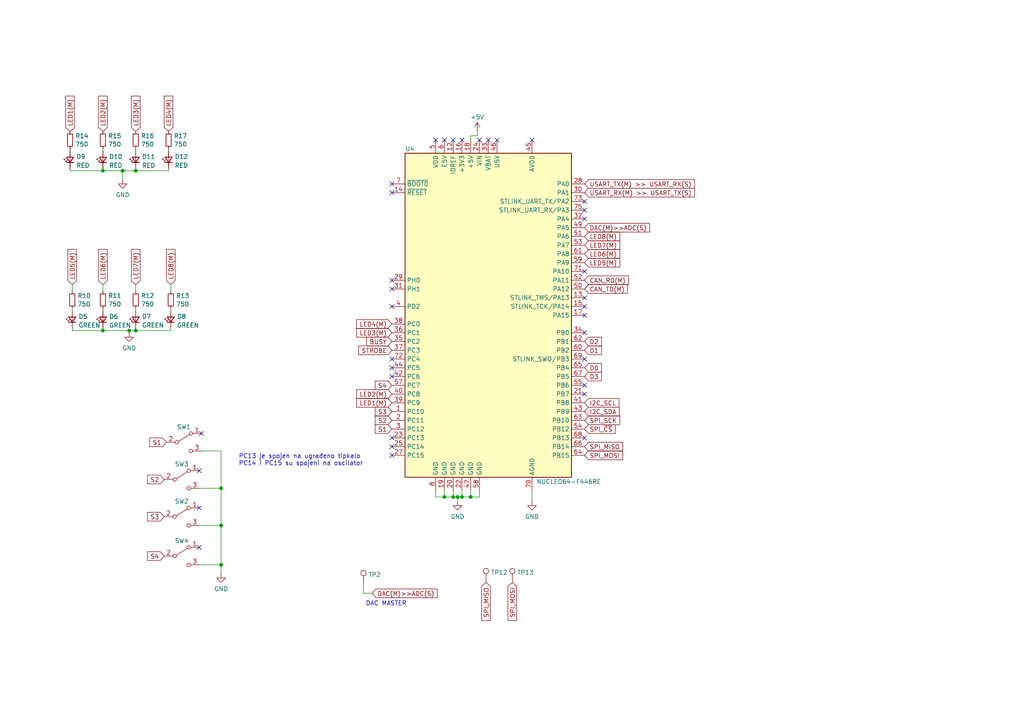
<source format=kicad_sch>
(kicad_sch (version 20230121) (generator eeschema)
  (paper "A4")
  (lib_symbols
    (symbol "Connector:TestPoint" (pin_numbers hide) (pin_names (offset 0.762) hide)
      (property "Reference" "TP" (at 0 6.858 0))
      (property "Value" "TestPoint" (at 0 5.08 0))
      (symbol "TestPoint_0_1"
        (circle (center 0 3.302) (radius 0.762))
      )
      (symbol "TestPoint_1_1"
        (pin passive line (at 0 0 90) (length 2.54) (name "1") (number "1"))
      )
    )
    (symbol "Device:LED_Small" (pin_numbers hide) (pin_names (offset 0.254) hide)
      (property "Reference" "D" (at -1.27 3.175 0))
      (property "Value" "LED_Small" (at -4.445 -2.54 0))
      (symbol "LED_Small_0_1"
        (polyline (pts (xy -0.762 -1.016) (xy -0.762 1.016)) (stroke (width 0.254)))
        (polyline (pts (xy 1.016 0) (xy -0.762 0)))
        (polyline (pts (xy 0.762 -1.016) (xy -0.762 0) (xy 0.762 1.016) (xy 0.762 -1.016)) (stroke (width 0.254)))
        (polyline (pts (xy 0 0.762) (xy -0.508 1.27) (xy -0.254 1.27) (xy -0.508 1.27) (xy -0.508 1.016)))
        (polyline (pts (xy 0.508 1.27) (xy 0 1.778) (xy 0.254 1.778) (xy 0 1.778) (xy 0 1.524)))
      )
      (symbol "LED_Small_1_1"
        (pin passive line (at -2.54 0 0) (length 1.778) (name "K") (number "1"))
        (pin passive line (at 2.54 0 180) (length 1.778) (name "A") (number "2"))
      )
    )
    (symbol "Device:R_Small" (pin_numbers hide) (pin_names (offset 0.254) hide)
      (property "Reference" "R" (at 0.762 0.508 0))
      (property "Value" "R_Small" (at 0.762 -1.016 0))
      (symbol "R_Small_0_1"
        (rectangle (start -0.762 1.778) (end 0.762 -1.778) (stroke (width 0.2032)))
      )
      (symbol "R_Small_1_1"
        (pin passive line (at 0 2.54 270) (length 0.762) (name "~") (number "1"))
        (pin passive line (at 0 -2.54 90) (length 0.762) (name "~") (number "2"))
      )
    )
    (symbol "GND_15" (power) (pin_names (offset 0))
      (property "Value" "GND_15" (at 0 -3.81 0))
      (symbol "GND_15_0_1"
        (polyline (pts (xy 0 0) (xy 0 -1.27) (xy 1.27 -1.27) (xy 0 -2.54) (xy -1.27 -1.27) (xy 0 -1.27)))
      )
      (symbol "GND_15_1_1"
        (pin power_in line (at 0 0 270) (length 0) hide (name "GND") (number "1"))
      )
    )
    (symbol "GND_16" (power) (pin_names (offset 0))
      (property "Value" "GND_16" (at 0 -3.81 0))
      (symbol "GND_16_0_1"
        (polyline (pts (xy 0 0) (xy 0 -1.27) (xy 1.27 -1.27) (xy 0 -2.54) (xy -1.27 -1.27) (xy 0 -1.27)))
      )
      (symbol "GND_16_1_1"
        (pin power_in line (at 0 0 270) (length 0) hide (name "GND") (number "1"))
      )
    )
    (symbol "GND_28" (power) (pin_names (offset 0))
      (property "Value" "GND_28" (at 0 -3.81 0))
      (symbol "GND_28_0_1"
        (polyline (pts (xy 0 0) (xy 0 -1.27) (xy 1.27 -1.27) (xy 0 -2.54) (xy -1.27 -1.27) (xy 0 -1.27)))
      )
      (symbol "GND_28_1_1"
        (pin power_in line (at 0 0 270) (length 0) hide (name "GND") (number "1"))
      )
    )
    (symbol "Switch:SW_SPDT" (pin_names (offset 0) hide)
      (property "Reference" "SW" (at 0 4.318 0))
      (property "Value" "SW_SPDT" (at 0 -5.08 0))
      (symbol "SW_SPDT_0_0"
        (circle (center -2.032 0) (radius 0.508))
        (circle (center 2.032 -2.54) (radius 0.508))
      )
      (symbol "SW_SPDT_0_1"
        (polyline (pts (xy -1.524 0.254) (xy 1.651 2.286)))
        (circle (center 2.032 2.54) (radius 0.508))
      )
      (symbol "SW_SPDT_1_1"
        (pin passive line (at 5.08 2.54 180) (length 2.54) (name "A") (number "1"))
        (pin passive line (at -5.08 0 0) (length 2.54) (name "B") (number "2"))
        (pin passive line (at 5.08 -2.54 180) (length 2.54) (name "C") (number "3"))
      )
    )
    (symbol "Symbol:NUCLEO64-F446RE"
      (property "Reference" "U" (at -17.78 50.165 0))
      (property "Value" "NUCLEO64-F446RE" (at -17.78 48.26 0))
      (symbol "NUCLEO64-F446RE_0_1"
        (rectangle (start -24.13 46.99) (end 24.13 -46.99) (stroke (width 0.254)) (fill (type background)))
      )
      (symbol "NUCLEO64-F446RE_1_1"
        (pin bidirectional line (at -27.94 -27.94 0) (length 3.81) (name "PC10") (number "1"))
        (pin no_connect line (at -24.13 20.32 0) (length 3.81) hide (name "NC") (number "10"))
        (pin no_connect line (at -24.13 15.24 0) (length 3.81) hide (name "NC") (number "11"))
        (pin power_in line (at -10.16 50.8 270) (length 3.81) (name "IOREF") (number "12"))
        (pin bidirectional line (at 27.94 5.08 180) (length 3.81) (name "STLINK_TMS/PA13") (number "13"))
        (pin input line (at -27.94 35.56 0) (length 3.81) (name "~{RESET}") (number "14"))
        (pin bidirectional line (at 27.94 2.54 180) (length 3.81) (name "STLINK_TCK/PA14") (number "15"))
        (pin power_in line (at -7.62 50.8 270) (length 3.81) (name "+3V3") (number "16"))
        (pin bidirectional line (at 27.94 0 180) (length 3.81) (name "PA15") (number "17"))
        (pin power_in line (at -5.08 50.8 270) (length 3.81) (name "+5V") (number "18"))
        (pin power_in line (at -12.7 -50.8 90) (length 3.81) (name "GND") (number "19"))
        (pin bidirectional line (at -27.94 -30.48 0) (length 3.81) (name "PC11") (number "2"))
        (pin power_in line (at -10.16 -50.8 90) (length 3.81) (name "GND") (number "20"))
        (pin bidirectional line (at 27.94 -22.86 180) (length 3.81) (name "PB7") (number "21"))
        (pin power_in line (at -7.62 -50.8 90) (length 3.81) (name "GND") (number "22"))
        (pin bidirectional line (at -27.94 -35.56 0) (length 3.81) (name "PC13") (number "23"))
        (pin power_in line (at -2.54 50.8 270) (length 3.81) (name "VIN") (number "24"))
        (pin bidirectional line (at -27.94 -38.1 0) (length 3.81) (name "PC14") (number "25"))
        (pin no_connect line (at -24.13 22.86 0) (length 3.81) hide (name "NC") (number "26"))
        (pin bidirectional line (at -27.94 -40.64 0) (length 3.81) (name "PC15") (number "27"))
        (pin bidirectional line (at 27.94 38.1 180) (length 3.81) (name "PA0") (number "28"))
        (pin bidirectional line (at -27.94 10.16 0) (length 3.81) (name "PH0") (number "29"))
        (pin bidirectional line (at -27.94 -33.02 0) (length 3.81) (name "PC12") (number "3"))
        (pin bidirectional line (at 27.94 35.56 180) (length 3.81) (name "PA1") (number "30"))
        (pin bidirectional line (at -27.94 7.62 0) (length 3.81) (name "PH1") (number "31"))
        (pin bidirectional line (at 27.94 27.94 180) (length 3.81) (name "PA4") (number "32"))
        (pin power_in line (at 0 50.8 270) (length 3.81) (name "VBAT") (number "33"))
        (pin bidirectional line (at 27.94 -5.08 180) (length 3.81) (name "PB0") (number "34"))
        (pin bidirectional line (at -27.94 -7.62 0) (length 3.81) (name "PC2") (number "35"))
        (pin bidirectional line (at -27.94 -5.08 0) (length 3.81) (name "PC1") (number "36"))
        (pin bidirectional line (at -27.94 -10.16 0) (length 3.81) (name "PC3") (number "37"))
        (pin bidirectional line (at -27.94 -2.54 0) (length 3.81) (name "PC0") (number "38"))
        (pin bidirectional line (at -27.94 -25.4 0) (length 3.81) (name "PC9") (number "39"))
        (pin bidirectional line (at -27.94 2.54 0) (length 3.81) (name "PD2") (number "4"))
        (pin bidirectional line (at -27.94 -22.86 0) (length 3.81) (name "PC8") (number "40"))
        (pin bidirectional line (at 27.94 -25.4 180) (length 3.81) (name "PB8") (number "41"))
        (pin bidirectional line (at -27.94 -17.78 0) (length 3.81) (name "PC6") (number "42"))
        (pin bidirectional line (at 27.94 -27.94 180) (length 3.81) (name "PB9") (number "43"))
        (pin bidirectional line (at -27.94 -15.24 0) (length 3.81) (name "PC5") (number "44"))
        (pin power_in line (at 12.7 50.8 270) (length 3.81) (name "AVDD") (number "45"))
        (pin power_in line (at 2.54 50.8 270) (length 3.81) (name "U5V") (number "46"))
        (pin power_in line (at -5.08 -50.8 90) (length 3.81) (name "GND") (number "47"))
        (pin no_connect line (at -24.13 25.4 0) (length 3.81) hide (name "NC") (number "48"))
        (pin bidirectional line (at 27.94 25.4 180) (length 3.81) (name "PA5") (number "49"))
        (pin power_in line (at -15.24 50.8 270) (length 3.81) (name "VDD") (number "5"))
        (pin bidirectional line (at 27.94 7.62 180) (length 3.81) (name "PA12") (number "50"))
        (pin bidirectional line (at 27.94 22.86 180) (length 3.81) (name "PA6") (number "51"))
        (pin bidirectional line (at 27.94 10.16 180) (length 3.81) (name "PA11") (number "52"))
        (pin bidirectional line (at 27.94 20.32 180) (length 3.81) (name "PA7") (number "53"))
        (pin bidirectional line (at 27.94 -33.02 180) (length 3.81) (name "PB12") (number "54"))
        (pin bidirectional line (at 27.94 -20.32 180) (length 3.81) (name "PB6") (number "55"))
        (pin no_connect line (at -24.13 33.02 0) (length 3.81) hide (name "NC") (number "56"))
        (pin bidirectional line (at -27.94 -20.32 0) (length 3.81) (name "PC7") (number "57"))
        (pin power_in line (at -2.54 -50.8 90) (length 3.81) (name "GND") (number "58"))
        (pin bidirectional line (at 27.94 15.24 180) (length 3.81) (name "PA9") (number "59"))
        (pin power_in line (at -12.7 50.8 270) (length 3.81) (name "E5V") (number "6"))
        (pin bidirectional line (at 27.94 -10.16 180) (length 3.81) (name "PB2") (number "60"))
        (pin bidirectional line (at 27.94 17.78 180) (length 3.81) (name "PA8") (number "61"))
        (pin bidirectional line (at 27.94 -7.62 180) (length 3.81) (name "PB1") (number "62"))
        (pin bidirectional line (at 27.94 -30.48 180) (length 3.81) (name "PB10") (number "63"))
        (pin bidirectional line (at 27.94 -40.64 180) (length 3.81) (name "PB15") (number "64"))
        (pin bidirectional line (at 27.94 -15.24 180) (length 3.81) (name "PB4") (number "65"))
        (pin bidirectional line (at 27.94 -38.1 180) (length 3.81) (name "PB14") (number "66"))
        (pin bidirectional line (at 27.94 -17.78 180) (length 3.81) (name "PB5") (number "67"))
        (pin bidirectional line (at 27.94 -35.56 180) (length 3.81) (name "PB13") (number "68"))
        (pin bidirectional line (at 27.94 -12.7 180) (length 3.81) (name "STLINK_SWO/PB3") (number "69"))
        (pin input line (at -27.94 38.1 0) (length 3.81) (name "~{BOOT0}") (number "7"))
        (pin power_in line (at 12.7 -50.8 90) (length 3.81) (name "AGND") (number "70"))
        (pin bidirectional line (at 27.94 12.7 180) (length 3.81) (name "PA10") (number "71"))
        (pin bidirectional line (at -27.94 -12.7 0) (length 3.81) (name "PC4") (number "72"))
        (pin bidirectional line (at 27.94 33.02 180) (length 3.81) (name "STLINK_UART_TX/PA2") (number "73"))
        (pin no_connect line (at -24.13 30.48 0) (length 3.81) hide (name "NC") (number "74"))
        (pin bidirectional line (at 27.94 30.48 180) (length 3.81) (name "STLINK_UART_RX/PA3") (number "75"))
        (pin no_connect line (at -24.13 27.94 0) (length 3.81) hide (name "NC") (number "76"))
        (pin power_in line (at -15.24 -50.8 90) (length 3.81) (name "GND") (number "8"))
        (pin no_connect line (at -24.13 17.78 0) (length 3.81) hide (name "NC") (number "9"))
      )
    )
    (symbol "power:+5V" (power) (pin_names (offset 0))
      (property "Value" "+5V" (at 0 3.556 0))
      (symbol "+5V_0_1"
        (polyline (pts (xy -0.762 1.27) (xy 0 2.54)))
        (polyline (pts (xy 0 0) (xy 0 2.54)))
        (polyline (pts (xy 0 2.54) (xy 0.762 1.27)))
      )
      (symbol "+5V_1_1"
        (pin power_in line (at 0 0 90) (length 0) hide (name "+5V") (number "1"))
      )
    )
    (symbol "power:GND" (power) (pin_names (offset 0))
      (property "Value" "GND" (at 0 -3.81 0))
      (symbol "GND_0_1"
        (polyline (pts (xy 0 0) (xy 0 -1.27) (xy 1.27 -1.27) (xy 0 -2.54) (xy -1.27 -1.27) (xy 0 -1.27)))
      )
      (symbol "GND_1_1"
        (pin power_in line (at 0 0 270) (length 0) hide (name "GND") (number "1"))
      )
    )
  )
  (junction (at 35.56 49.53))
  (junction (at 128.905 144.145))
  (junction (at 132.715 144.145))
  (junction (at 29.845 95.885))
  (junction (at 64.135 152.4))
  (junction (at 39.37 49.53))
  (junction (at 64.135 141.605))
  (junction (at 29.845 49.53))
  (junction (at 133.985 144.145))
  (junction (at 131.445 144.145))
  (junction (at 64.135 163.83))
  (junction (at 39.37 95.885))
  (junction (at 136.525 144.145))
  (junction (at 37.465 95.885))
  (no_connect (at 57.785 136.525))
  (no_connect (at 113.665 53.34))
  (no_connect (at 113.665 106.68))
  (no_connect (at 57.785 158.75))
  (no_connect (at 169.545 111.76))
  (no_connect (at 113.665 83.82))
  (no_connect (at 113.665 127))
  (no_connect (at 169.545 88.9))
  (no_connect (at 113.665 129.54))
  (no_connect (at 57.785 147.32))
  (no_connect (at 113.665 55.88))
  (no_connect (at 169.545 78.74))
  (no_connect (at 113.665 81.28))
  (no_connect (at 169.545 104.14))
  (no_connect (at 139.065 40.64))
  (no_connect (at 169.545 114.3))
  (no_connect (at 113.665 104.14))
  (no_connect (at 58.42 125.73))
  (no_connect (at 169.545 60.96))
  (no_connect (at 154.305 40.64))
  (no_connect (at 144.145 40.64))
  (no_connect (at 131.445 40.64))
  (no_connect (at 133.985 40.64))
  (no_connect (at 169.545 58.42))
  (no_connect (at 169.545 63.5))
  (no_connect (at 169.545 91.44))
  (no_connect (at 128.905 40.64))
  (no_connect (at 113.665 88.9))
  (no_connect (at 113.665 109.22))
  (no_connect (at 169.545 96.52))
  (no_connect (at 113.665 132.08))
  (no_connect (at 169.545 127))
  (no_connect (at 126.365 40.64))
  (no_connect (at 169.545 86.36))
  (no_connect (at 141.605 40.64))
  (wire (pts (xy 39.37 43.18) (xy 39.37 43.815)))
  (wire (pts (xy 48.895 43.18) (xy 48.895 43.815)))
  (wire (pts (xy 133.985 144.145) (xy 136.525 144.145)))
  (wire (pts (xy 138.43 39.37) (xy 138.43 38.1)))
  (wire (pts (xy 136.525 142.24) (xy 136.525 144.145)))
  (wire (pts (xy 39.37 48.895) (xy 39.37 49.53)))
  (wire (pts (xy 35.56 49.53) (xy 39.37 49.53)))
  (wire (pts (xy 48.895 49.53) (xy 48.895 48.895)))
  (wire (pts (xy 57.785 141.605) (xy 64.135 141.605)))
  (wire (pts (xy 39.37 89.535) (xy 39.37 90.17)))
  (wire (pts (xy 64.135 152.4) (xy 64.135 163.83)))
  (wire (pts (xy 20.32 49.53) (xy 29.845 49.53)))
  (wire (pts (xy 29.845 89.535) (xy 29.845 90.17)))
  (wire (pts (xy 133.985 142.24) (xy 133.985 144.145)))
  (wire (pts (xy 49.53 89.535) (xy 49.53 90.17)))
  (wire (pts (xy 64.135 141.605) (xy 64.135 152.4)))
  (wire (pts (xy 20.955 82.55) (xy 20.955 84.455)))
  (wire (pts (xy 20.955 95.885) (xy 29.845 95.885)))
  (wire (pts (xy 39.37 95.885) (xy 49.53 95.885)))
  (wire (pts (xy 29.845 82.55) (xy 29.845 84.455)))
  (wire (pts (xy 20.955 89.535) (xy 20.955 90.17)))
  (wire (pts (xy 64.135 130.81) (xy 64.135 141.605)))
  (wire (pts (xy 29.845 95.885) (xy 37.465 95.885)))
  (wire (pts (xy 49.53 82.55) (xy 49.53 84.455)))
  (wire (pts (xy 126.365 144.145) (xy 128.905 144.145)))
  (wire (pts (xy 20.955 95.25) (xy 20.955 95.885)))
  (wire (pts (xy 49.53 95.885) (xy 49.53 95.25)))
  (wire (pts (xy 64.135 163.83) (xy 64.135 166.37)))
  (wire (pts (xy 20.32 43.18) (xy 20.32 43.815)))
  (wire (pts (xy 139.065 144.145) (xy 139.065 142.24)))
  (wire (pts (xy 58.42 130.81) (xy 64.135 130.81)))
  (wire (pts (xy 29.845 48.895) (xy 29.845 49.53)))
  (wire (pts (xy 131.445 142.24) (xy 131.445 144.145)))
  (wire (pts (xy 29.845 43.18) (xy 29.845 43.815)))
  (wire (pts (xy 57.785 152.4) (xy 64.135 152.4)))
  (wire (pts (xy 35.56 49.53) (xy 35.56 52.07)))
  (wire (pts (xy 37.465 95.885) (xy 39.37 95.885)))
  (wire (pts (xy 105.41 172.085) (xy 107.95 172.085)))
  (wire (pts (xy 39.37 95.25) (xy 39.37 95.885)))
  (wire (pts (xy 39.37 49.53) (xy 48.895 49.53)))
  (wire (pts (xy 20.32 48.895) (xy 20.32 49.53)))
  (wire (pts (xy 136.525 39.37) (xy 136.525 40.64)))
  (wire (pts (xy 37.465 95.885) (xy 37.465 96.52)))
  (wire (pts (xy 39.37 82.55) (xy 39.37 84.455)))
  (wire (pts (xy 128.905 144.145) (xy 131.445 144.145)))
  (wire (pts (xy 136.525 39.37) (xy 138.43 39.37)))
  (wire (pts (xy 154.305 142.24) (xy 154.305 145.415)))
  (wire (pts (xy 29.845 49.53) (xy 35.56 49.53)))
  (wire (pts (xy 132.715 144.145) (xy 132.715 145.415)))
  (wire (pts (xy 29.845 95.25) (xy 29.845 95.885)))
  (wire (pts (xy 126.365 142.24) (xy 126.365 144.145)))
  (wire (pts (xy 132.715 144.145) (xy 133.985 144.145)))
  (wire (pts (xy 136.525 144.145) (xy 139.065 144.145)))
  (wire (pts (xy 131.445 144.145) (xy 132.715 144.145)))
  (wire (pts (xy 57.785 163.83) (xy 64.135 163.83)))
  (wire (pts (xy 105.41 169.545) (xy 105.41 172.085)))
  (wire (pts (xy 128.905 142.24) (xy 128.905 144.145)))
  (text "DAC MASTER" (at 106.045 175.895 0) (effects (font (size 1.27 1.27)) (justify left bottom)))
  (text "PC13 je spojen na ugrađeno tipkalo\nPC14 i PC15 su spojeni na oscilator" (at 69.215 135.255 0) (effects (font (size 1.27 1.27)) (justify left bottom)))
  (global_label "S3" (shape input) (at 113.665 119.38 180) (property "Intersheetrefs" "${INTERSHEET_REFS}" (effects hide)))
  (global_label "LED8(M)" (shape input) (at 49.53 82.55 90) (property "Intersheetrefs" "${INTERSHEET_REFS}" (effects hide)))
  (global_label "LED5(M)" (shape input) (at 169.545 76.2 0) (property "Intersheetrefs" "${INTERSHEET_REFS}" (effects hide)))
  (global_label "SPI_SCK" (shape input) (at 169.545 121.92 0) (property "Intersheetrefs" "${INTERSHEET_REFS}" (effects hide)))
  (global_label "LED3(M)" (shape input) (at 39.37 38.1 90) (property "Intersheetrefs" "${INTERSHEET_REFS}" (effects hide)))
  (global_label "D3" (shape input) (at 169.545 109.22 0) (property "Intersheetrefs" "${INTERSHEET_REFS}" (effects hide)))
  (global_label "SPI_MISO" (shape input) (at 140.97 168.91 270) (property "Intersheetrefs" "${INTERSHEET_REFS}" (effects hide)))
  (global_label "LED6(M)" (shape input) (at 29.845 82.55 90) (property "Intersheetrefs" "${INTERSHEET_REFS}" (effects hide)))
  (global_label "D1" (shape input) (at 169.545 101.6 0) (property "Intersheetrefs" "${INTERSHEET_REFS}" (effects hide)))
  (global_label "LED2(M)" (shape input) (at 29.845 38.1 90) (property "Intersheetrefs" "${INTERSHEET_REFS}" (effects hide)))
  (global_label "SPI_MISO" (shape input) (at 169.545 129.54 0) (property "Intersheetrefs" "${INTERSHEET_REFS}" (effects hide)))
  (global_label "D2" (shape input) (at 169.545 99.06 0) (property "Intersheetrefs" "${INTERSHEET_REFS}" (effects hide)))
  (global_label "S2" (shape input) (at 113.665 121.92 180) (property "Intersheetrefs" "${INTERSHEET_REFS}" (effects hide)))
  (global_label "S4" (shape input) (at 113.665 111.76 180) (property "Intersheetrefs" "${INTERSHEET_REFS}" (effects hide)))
  (global_label "LED1(M)" (shape input) (at 113.665 116.84 180) (property "Intersheetrefs" "${INTERSHEET_REFS}" (effects hide)))
  (global_label "LED3(M)" (shape input) (at 113.665 96.52 180) (property "Intersheetrefs" "${INTERSHEET_REFS}" (effects hide)))
  (global_label "LED4(M)" (shape input) (at 48.895 38.1 90) (property "Intersheetrefs" "${INTERSHEET_REFS}" (effects hide)))
  (global_label "SPI_MOSI" (shape input) (at 169.545 132.08 0) (property "Intersheetrefs" "${INTERSHEET_REFS}" (effects hide)))
  (global_label "STROBE" (shape input) (at 113.665 101.6 180) (property "Intersheetrefs" "${INTERSHEET_REFS}" (effects hide)))
  (global_label "CAN_TD(M)" (shape input) (at 169.545 83.82 0) (property "Intersheetrefs" "${INTERSHEET_REFS}" (effects hide)))
  (global_label "LED8(M)" (shape input) (at 169.545 68.58 0) (property "Intersheetrefs" "${INTERSHEET_REFS}" (effects hide)))
  (global_label "LED6(M)" (shape input) (at 169.545 73.66 0) (property "Intersheetrefs" "${INTERSHEET_REFS}" (effects hide)))
  (global_label "DAC(M)>>ADC(S)" (shape input) (at 107.95 172.085 0) (property "Intersheetrefs" "${INTERSHEET_REFS}" (effects hide)))
  (global_label "S1" (shape input) (at 48.26 128.27 180) (property "Intersheetrefs" "${INTERSHEET_REFS}" (effects hide)))
  (global_label "LED5(M)" (shape input) (at 20.955 82.55 90) (property "Intersheetrefs" "${INTERSHEET_REFS}" (effects hide)))
  (global_label "BUSY" (shape input) (at 113.665 99.06 180) (property "Intersheetrefs" "${INTERSHEET_REFS}" (effects hide)))
  (global_label "LED1(M)" (shape input) (at 20.32 38.1 90) (property "Intersheetrefs" "${INTERSHEET_REFS}" (effects hide)))
  (global_label "LED4(M)" (shape input) (at 113.665 93.98 180) (property "Intersheetrefs" "${INTERSHEET_REFS}" (effects hide)))
  (global_label "S2" (shape input) (at 47.625 139.065 180) (property "Intersheetrefs" "${INTERSHEET_REFS}" (effects hide)))
  (global_label "I2C_SCL" (shape input) (at 169.545 116.84 0) (property "Intersheetrefs" "${INTERSHEET_REFS}" (effects hide)))
  (global_label "LED7(M)" (shape input) (at 169.545 71.12 0) (property "Intersheetrefs" "${INTERSHEET_REFS}" (effects hide)))
  (global_label "LED2(M)" (shape input) (at 113.665 114.3 180) (property "Intersheetrefs" "${INTERSHEET_REFS}" (effects hide)))
  (global_label "USART_TX(M) >> USART_RX(S)" (shape input) (at 169.545 53.34 0) (property "Intersheetrefs" "${INTERSHEET_REFS}" (effects hide)))
  (global_label "I2C_SDA" (shape input) (at 169.545 119.38 0) (property "Intersheetrefs" "${INTERSHEET_REFS}" (effects hide)))
  (global_label "D0" (shape input) (at 169.545 106.68 0) (property "Intersheetrefs" "${INTERSHEET_REFS}" (effects hide)))
  (global_label "S3" (shape input) (at 47.625 149.86 180) (property "Intersheetrefs" "${INTERSHEET_REFS}" (effects hide)))
  (global_label "CAN_RD(M)" (shape input) (at 169.545 81.28 0) (property "Intersheetrefs" "${INTERSHEET_REFS}" (effects hide)))
  (global_label "USART_RX(M) >> USART_TX(S)" (shape input) (at 169.545 55.88 0) (property "Intersheetrefs" "${INTERSHEET_REFS}" (effects hide)))
  (global_label "DAC(M)>>ADC(S)" (shape input) (at 169.545 66.04 0) (property "Intersheetrefs" "${INTERSHEET_REFS}" (effects hide)))
  (global_label "S1" (shape input) (at 113.665 124.46 180) (property "Intersheetrefs" "${INTERSHEET_REFS}" (effects hide)))
  (global_label "SPI_~{CS}" (shape input) (at 169.545 124.46 0) (property "Intersheetrefs" "${INTERSHEET_REFS}" (effects hide)))
  (global_label "LED7(M)" (shape input) (at 39.37 82.55 90) (property "Intersheetrefs" "${INTERSHEET_REFS}" (effects hide)))
  (global_label "SPI_MOSI" (shape input) (at 148.59 168.91 270) (property "Intersheetrefs" "${INTERSHEET_REFS}" (effects hide)))
  (global_label "S4" (shape input) (at 47.625 161.29 180) (property "Intersheetrefs" "${INTERSHEET_REFS}" (effects hide)))
  (symbol (lib_id "Device:R_Small") (at 20.32 40.64 0) (unit 1)
    (property "Reference" "R14" (at 21.8186 39.4279 0) (effects (justify left)))
    (property "Value" "750" (at 21.8186 41.8521 0) (effects (justify left)))
    (property "Footprint" "Resistor_SMD:R_0805_2012Metric" (effects hide))
  )
  (symbol (lib_id "Device:LED_Small") (at 20.32 46.355 90) (unit 1)
    (property "Reference" "D9" (at 22.098 45.4568 90) (effects (justify right)))
    (property "Value" "RED" (at 22.098 47.9937 90) (effects (justify right)))
    (property "Footprint" "LED_SMD:LED_1206_3216Metric" (effects hide))
  )
  (symbol (lib_id "Device:LED_Small") (at 49.53 92.71 90) (unit 1)
    (property "Reference" "D8" (at 51.308 91.8118 90) (effects (justify right)))
    (property "Value" "GREEN" (at 51.308 94.3487 90) (effects (justify right)))
    (property "Footprint" "LED_SMD:LED_1206_3216Metric" (effects hide))
  )
  (symbol (lib_id "Device:LED_Small") (at 48.895 46.355 90) (unit 1)
    (property "Reference" "D12" (at 50.673 45.4568 90) (effects (justify right)))
    (property "Value" "RED" (at 50.673 47.9937 90) (effects (justify right)))
    (property "Footprint" "LED_SMD:LED_1206_3216Metric" (effects hide))
  )
  (symbol (lib_id "Device:R_Small") (at 39.37 40.64 0) (unit 1)
    (property "Reference" "R16" (at 40.8686 39.4279 0) (effects (justify left)))
    (property "Value" "750" (at 40.8686 41.8521 0) (effects (justify left)))
    (property "Footprint" "Resistor_SMD:R_0805_2012Metric" (effects hide))
  )
  (symbol (lib_id "Symbol:NUCLEO64-F446RE") (at 141.605 91.44 0) (unit 1)
    (property "Reference" "U4" (at 117.475 43.18 0) (effects (justify left)))
    (property "Value" "NUCLEO64-F446RE" (at 155.575 139.7 0) (effects (justify left)))
    (property "Footprint" "Footprint:NUCLEO64" (effects hide))
    (property "Datasheet" "http://www.st.com/st-web-ui/static/active/en/resource/technical/document/data_brief/DM00105918.pdf" (effects hide))
  )
  (symbol (lib_id "Device:LED_Small") (at 29.845 46.355 90) (unit 1)
    (property "Reference" "D10" (at 31.623 45.4568 90) (effects (justify right)))
    (property "Value" "RED" (at 31.623 47.9937 90) (effects (justify right)))
    (property "Footprint" "LED_SMD:LED_1206_3216Metric" (effects hide))
  )
  (symbol (lib_id "power:GND") (at 132.715 145.415 0) (unit 1)
    (property "Reference" "#PWR019" (effects hide))
    (property "Value" "GND" (at 132.715 149.86 0))
  )
  (symbol (lib_id "Switch:SW_SPDT") (at 52.705 139.065 0) (unit 1)
    (property "Reference" "SW3" (at 52.705 134.62 0))
    (property "Value" "EG1271A" (effects hide))
    (property "Footprint" "Footprint:EG1271A" (effects hide))
    (instances (project "TVZ_KTM_ApplicationBoard" (path "" (reference "SW3") (unit 1)) (path "" (reference "SW2") (unit 1))))
  )
  (symbol (lib_id "Device:R_Small") (at 29.845 86.995 0) (unit 1)
    (property "Reference" "R11" (at 31.3436 85.7829 0) (effects (justify left)))
    (property "Value" "750" (at 31.3436 88.2071 0) (effects (justify left)))
    (property "Footprint" "Resistor_SMD:R_0805_2012Metric" (effects hide))
  )
  (symbol (lib_id "Connector:TestPoint") (at 140.97 168.91 0) (unit 1)
    (property "Reference" "TP12" (at 142.367 166.0418 0) (effects (justify left)))
    (property "Value" "TestPoint" (effects hide))
    (property "Footprint" "Footprint:KEYS4952" (effects hide))
  )
  (symbol (lib_id "Connector:TestPoint") (at 105.41 169.545 0) (unit 1)
    (property "Reference" "TP2" (at 106.807 166.6768 0) (effects (justify left)))
    (property "Value" "TestPoint" (effects hide))
    (property "Footprint" "Footprint:KEYS4952" (effects hide))
  )
  (symbol (lib_id "Device:R_Small") (at 49.53 86.995 0) (unit 1)
    (property "Reference" "R13" (at 51.0286 85.7829 0) (effects (justify left)))
    (property "Value" "750" (at 51.0286 88.2071 0) (effects (justify left)))
    (property "Footprint" "Resistor_SMD:R_0805_2012Metric" (effects hide))
  )
  (symbol (lib_id "Device:LED_Small") (at 39.37 92.71 90) (unit 1)
    (property "Reference" "D7" (at 41.148 91.8118 90) (effects (justify right)))
    (property "Value" "GREEN" (at 41.148 94.3487 90) (effects (justify right)))
    (property "Footprint" "LED_SMD:LED_1206_3216Metric" (effects hide))
  )
  (symbol (lib_id "Device:LED_Small") (at 29.845 92.71 90) (unit 1)
    (property "Reference" "D6" (at 31.623 91.8118 90) (effects (justify right)))
    (property "Value" "GREEN" (at 31.623 94.3487 90) (effects (justify right)))
    (property "Footprint" "LED_SMD:LED_1206_3216Metric" (effects hide))
  )
  (symbol (lib_id "power:GND") (at 154.305 145.415 0) (unit 1)
    (property "Reference" "#PWR020" (effects hide))
    (property "Value" "GND" (at 154.305 149.86 0))
  )
  (symbol (lib_id "Device:R_Small") (at 29.845 40.64 0) (unit 1)
    (property "Reference" "R15" (at 31.3436 39.4279 0) (effects (justify left)))
    (property "Value" "750" (at 31.3436 41.8521 0) (effects (justify left)))
    (property "Footprint" "Resistor_SMD:R_0805_2012Metric" (effects hide))
  )
  (symbol (lib_name "GND_16") (lib_id "power:GND") (at 35.56 52.07 0) (unit 1)
    (property "Reference" "#PWR017" (effects hide))
    (property "Value" "GND" (at 35.56 56.5134 0))
  )
  (symbol (lib_id "Device:R_Small") (at 20.955 86.995 0) (unit 1)
    (property "Reference" "R10" (at 22.4536 85.7829 0) (effects (justify left)))
    (property "Value" "750" (at 22.4536 88.2071 0) (effects (justify left)))
    (property "Footprint" "Resistor_SMD:R_0805_2012Metric" (effects hide))
  )
  (symbol (lib_id "Switch:SW_SPDT") (at 52.705 161.29 0) (unit 1)
    (property "Reference" "SW4" (at 52.705 156.845 0))
    (property "Value" "EG1271A" (effects hide))
    (property "Footprint" "Footprint:EG1271A" (effects hide))
  )
  (symbol (lib_id "Device:R_Small") (at 48.895 40.64 0) (unit 1)
    (property "Reference" "R17" (at 50.3936 39.4279 0) (effects (justify left)))
    (property "Value" "750" (at 50.3936 41.8521 0) (effects (justify left)))
    (property "Footprint" "Resistor_SMD:R_0805_2012Metric" (effects hide))
  )
  (symbol (lib_id "Device:LED_Small") (at 20.955 92.71 90) (unit 1)
    (property "Reference" "D5" (at 22.733 91.8118 90) (effects (justify right)))
    (property "Value" "GREEN" (at 22.733 94.3487 90) (effects (justify right)))
    (property "Footprint" "LED_SMD:LED_1206_3216Metric" (effects hide))
  )
  (symbol (lib_id "power:+5V") (at 138.43 38.1 0) (unit 1)
    (property "Reference" "#PWR02" (effects hide))
    (property "Value" "+5V" (at 138.43 33.9669 0))
  )
  (symbol (lib_name "GND_15") (lib_id "power:GND") (at 37.465 96.52 0) (unit 1)
    (property "Reference" "#PWR018" (effects hide))
    (property "Value" "GND" (at 37.465 100.9634 0))
  )
  (symbol (lib_name "GND_28") (lib_id "power:GND") (at 64.135 166.37 0) (unit 1)
    (property "Reference" "#PWR010" (effects hide))
    (property "Value" "GND" (at 64.135 170.8134 0))
  )
  (symbol (lib_id "Device:R_Small") (at 39.37 86.995 0) (unit 1)
    (property "Reference" "R12" (at 40.8686 85.7829 0) (effects (justify left)))
    (property "Value" "750" (at 40.8686 88.2071 0) (effects (justify left)))
    (property "Footprint" "Resistor_SMD:R_0805_2012Metric" (effects hide))
  )
  (symbol (lib_id "Device:LED_Small") (at 39.37 46.355 90) (unit 1)
    (property "Reference" "D11" (at 41.148 45.4568 90) (effects (justify right)))
    (property "Value" "RED" (at 41.148 47.9937 90) (effects (justify right)))
    (property "Footprint" "LED_SMD:LED_1206_3216Metric" (effects hide))
  )
  (symbol (lib_id "Switch:SW_SPDT") (at 53.34 128.27 0) (unit 1)
    (property "Reference" "SW1" (at 53.34 123.825 0))
    (property "Value" "EG1271A" (effects hide))
    (property "Footprint" "Footprint:EG1271A" (effects hide))
  )
  (symbol (lib_id "Switch:SW_SPDT") (at 52.705 149.86 0) (unit 1)
    (property "Reference" "SW2" (at 52.705 145.415 0))
    (property "Value" "EG1271A" (effects hide))
    (property "Footprint" "Footprint:EG1271A" (effects hide))
    (instances (project "TVZ_KTM_ApplicationBoard" (path "" (reference "SW2") (unit 1)) (path "" (reference "SW3") (unit 1))))
  )
  (symbol (lib_id "Connector:TestPoint") (at 148.59 168.91 0) (unit 1)
    (property "Reference" "TP13" (at 149.987 166.0418 0) (effects (justify left)))
    (property "Value" "TestPoint" (effects hide))
    (property "Footprint" "Footprint:KEYS4952" (effects hide))
  )
)
</source>
